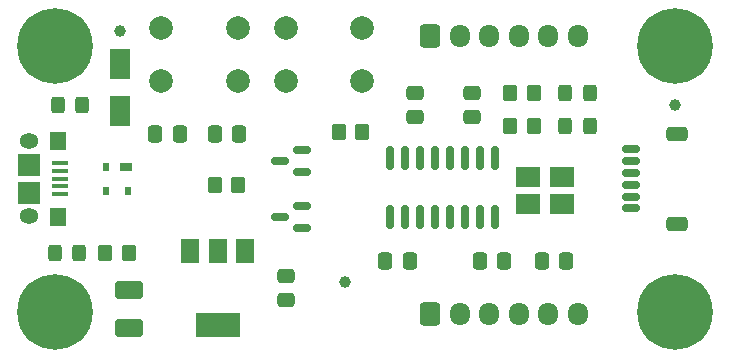
<source format=gts>
%TF.GenerationSoftware,KiCad,Pcbnew,(6.0.0)*%
%TF.CreationDate,2022-05-09T00:40:02+05:30*%
%TF.ProjectId,usb-micro-programmer,7573622d-6d69-4637-926f-2d70726f6772,rev?*%
%TF.SameCoordinates,Original*%
%TF.FileFunction,Soldermask,Top*%
%TF.FilePolarity,Negative*%
%FSLAX46Y46*%
G04 Gerber Fmt 4.6, Leading zero omitted, Abs format (unit mm)*
G04 Created by KiCad (PCBNEW (6.0.0)) date 2022-05-09 00:40:02*
%MOMM*%
%LPD*%
G01*
G04 APERTURE LIST*
G04 Aperture macros list*
%AMRoundRect*
0 Rectangle with rounded corners*
0 $1 Rounding radius*
0 $2 $3 $4 $5 $6 $7 $8 $9 X,Y pos of 4 corners*
0 Add a 4 corners polygon primitive as box body*
4,1,4,$2,$3,$4,$5,$6,$7,$8,$9,$2,$3,0*
0 Add four circle primitives for the rounded corners*
1,1,$1+$1,$2,$3*
1,1,$1+$1,$4,$5*
1,1,$1+$1,$6,$7*
1,1,$1+$1,$8,$9*
0 Add four rect primitives between the rounded corners*
20,1,$1+$1,$2,$3,$4,$5,0*
20,1,$1+$1,$4,$5,$6,$7,0*
20,1,$1+$1,$6,$7,$8,$9,0*
20,1,$1+$1,$8,$9,$2,$3,0*%
G04 Aperture macros list end*
%ADD10R,1.700000X2.500000*%
%ADD11RoundRect,0.250000X0.325000X0.450000X-0.325000X0.450000X-0.325000X-0.450000X0.325000X-0.450000X0*%
%ADD12RoundRect,0.250000X0.337500X0.475000X-0.337500X0.475000X-0.337500X-0.475000X0.337500X-0.475000X0*%
%ADD13R,1.000000X0.700000*%
%ADD14R,0.600000X0.700000*%
%ADD15RoundRect,0.150000X0.150000X-0.825000X0.150000X0.825000X-0.150000X0.825000X-0.150000X-0.825000X0*%
%ADD16C,2.000000*%
%ADD17RoundRect,0.150000X0.587500X0.150000X-0.587500X0.150000X-0.587500X-0.150000X0.587500X-0.150000X0*%
%ADD18C,1.000000*%
%ADD19RoundRect,0.250000X-0.337500X-0.475000X0.337500X-0.475000X0.337500X0.475000X-0.337500X0.475000X0*%
%ADD20RoundRect,0.150000X0.625000X-0.150000X0.625000X0.150000X-0.625000X0.150000X-0.625000X-0.150000X0*%
%ADD21RoundRect,0.250000X0.650000X-0.350000X0.650000X0.350000X-0.650000X0.350000X-0.650000X-0.350000X0*%
%ADD22RoundRect,0.250000X-0.600000X-0.725000X0.600000X-0.725000X0.600000X0.725000X-0.600000X0.725000X0*%
%ADD23O,1.700000X1.950000*%
%ADD24C,6.400000*%
%ADD25RoundRect,0.250000X0.350000X0.450000X-0.350000X0.450000X-0.350000X-0.450000X0.350000X-0.450000X0*%
%ADD26RoundRect,0.250000X0.475000X-0.337500X0.475000X0.337500X-0.475000X0.337500X-0.475000X-0.337500X0*%
%ADD27RoundRect,0.250000X-0.475000X0.337500X-0.475000X-0.337500X0.475000X-0.337500X0.475000X0.337500X0*%
%ADD28R,2.100000X1.800000*%
%ADD29R,1.900000X1.900000*%
%ADD30O,1.600000X1.300000*%
%ADD31R,1.400000X1.600000*%
%ADD32R,1.350000X0.400000*%
%ADD33R,1.500000X2.000000*%
%ADD34R,3.800000X2.000000*%
%ADD35RoundRect,0.250000X-0.325000X-0.450000X0.325000X-0.450000X0.325000X0.450000X-0.325000X0.450000X0*%
%ADD36RoundRect,0.250001X-0.924999X0.499999X-0.924999X-0.499999X0.924999X-0.499999X0.924999X0.499999X0*%
%ADD37RoundRect,0.250000X-0.350000X-0.450000X0.350000X-0.450000X0.350000X0.450000X-0.350000X0.450000X0*%
G04 APERTURE END LIST*
D10*
%TO.C,D2*%
X90250000Y-95250000D03*
X90250000Y-99250000D03*
%TD*%
D11*
%TO.C,L2*%
X130000000Y-97750000D03*
X127950000Y-97750000D03*
%TD*%
%TO.C,F1*%
X87025000Y-98750000D03*
X84975000Y-98750000D03*
%TD*%
%TO.C,L1*%
X130000000Y-100500000D03*
X127950000Y-100500000D03*
%TD*%
D12*
%TO.C,C3*%
X128000000Y-112000000D03*
X125925000Y-112000000D03*
%TD*%
D13*
%TO.C,D1*%
X90750000Y-104000000D03*
D14*
X89050000Y-104000000D03*
X89050000Y-106000000D03*
X90950000Y-106000000D03*
%TD*%
D15*
%TO.C,U1*%
X113055000Y-108225000D03*
X114325000Y-108225000D03*
X115595000Y-108225000D03*
X116865000Y-108225000D03*
X118135000Y-108225000D03*
X119405000Y-108225000D03*
X120675000Y-108225000D03*
X121945000Y-108225000D03*
X121945000Y-103275000D03*
X120675000Y-103275000D03*
X119405000Y-103275000D03*
X118135000Y-103275000D03*
X116865000Y-103275000D03*
X115595000Y-103275000D03*
X114325000Y-103275000D03*
X113055000Y-103275000D03*
%TD*%
D16*
%TO.C,SW_IO0*%
X104250000Y-92250000D03*
X110750000Y-92250000D03*
X104250000Y-96750000D03*
X110750000Y-96750000D03*
%TD*%
D17*
%TO.C,Q1*%
X105687500Y-109200000D03*
X105687500Y-107300000D03*
X103812500Y-108250000D03*
%TD*%
D18*
%TO.C,FID2*%
X109250000Y-113750000D03*
%TD*%
D19*
%TO.C,C8*%
X98250000Y-101250000D03*
X100325000Y-101250000D03*
%TD*%
D20*
%TO.C,J2*%
X133500000Y-107500000D03*
X133500000Y-106500000D03*
X133500000Y-105500000D03*
X133500000Y-104500000D03*
X133500000Y-103500000D03*
X133500000Y-102500000D03*
D21*
X137375000Y-101200000D03*
X137375000Y-108800000D03*
%TD*%
D22*
%TO.C,J4*%
X116500000Y-92950000D03*
D23*
X119000000Y-92950000D03*
X121500000Y-92950000D03*
X124000000Y-92950000D03*
X126500000Y-92950000D03*
X129000000Y-92950000D03*
%TD*%
D18*
%TO.C,FID1*%
X90250000Y-92500000D03*
%TD*%
%TO.C,FID3*%
X137250000Y-98750000D03*
%TD*%
D24*
%TO.C,H3*%
X137250000Y-116250000D03*
%TD*%
%TO.C,H2*%
X84750000Y-116250000D03*
%TD*%
D25*
%TO.C,R1*%
X125250000Y-100500000D03*
X123250000Y-100500000D03*
%TD*%
D12*
%TO.C,C5*%
X114787500Y-112000000D03*
X112712500Y-112000000D03*
%TD*%
D19*
%TO.C,C1*%
X120675000Y-112000000D03*
X122750000Y-112000000D03*
%TD*%
D26*
%TO.C,C4*%
X120000000Y-99787500D03*
X120000000Y-97712500D03*
%TD*%
D27*
%TO.C,C9*%
X115250000Y-97712500D03*
X115250000Y-99787500D03*
%TD*%
D24*
%TO.C,H4*%
X137250000Y-93750000D03*
%TD*%
D22*
%TO.C,J3*%
X116500000Y-116450000D03*
D23*
X119000000Y-116450000D03*
X121500000Y-116450000D03*
X124000000Y-116450000D03*
X126500000Y-116450000D03*
X129000000Y-116450000D03*
%TD*%
D24*
%TO.C,H1*%
X84750000Y-93750000D03*
%TD*%
D25*
%TO.C,R2*%
X125250000Y-97750000D03*
X123250000Y-97750000D03*
%TD*%
D16*
%TO.C,SW_EN*%
X100250000Y-92250000D03*
X93750000Y-92250000D03*
X93750000Y-96750000D03*
X100250000Y-96750000D03*
%TD*%
D26*
%TO.C,C7*%
X104250000Y-115287500D03*
X104250000Y-113212500D03*
%TD*%
D28*
%TO.C,Y1*%
X124800000Y-107150000D03*
X127700000Y-107150000D03*
X127700000Y-104850000D03*
X124800000Y-104850000D03*
%TD*%
D29*
%TO.C,J1*%
X82499987Y-103799993D03*
D30*
X82499987Y-108174993D03*
X82499987Y-101824993D03*
D31*
X84949987Y-101799993D03*
D29*
X82499987Y-106199993D03*
D31*
X84949987Y-108199993D03*
D32*
X85174987Y-106299993D03*
X85174987Y-105649993D03*
X85174987Y-104999993D03*
X85174987Y-104349993D03*
X85174987Y-103699993D03*
%TD*%
D33*
%TO.C,U2*%
X100800000Y-111100000D03*
X98500000Y-111100000D03*
D34*
X98500000Y-117400000D03*
D33*
X96200000Y-111100000D03*
%TD*%
D35*
%TO.C,L3*%
X84700000Y-111250000D03*
X86750000Y-111250000D03*
%TD*%
D25*
%TO.C,R5*%
X110750000Y-101000000D03*
X108750000Y-101000000D03*
%TD*%
D17*
%TO.C,Q2*%
X105687500Y-104450000D03*
X105687500Y-102550000D03*
X103812500Y-103500000D03*
%TD*%
D36*
%TO.C,C6*%
X91000000Y-114375000D03*
X91000000Y-117625000D03*
%TD*%
D25*
%TO.C,R4*%
X100250000Y-105500000D03*
X98250000Y-105500000D03*
%TD*%
D37*
%TO.C,R3*%
X89000000Y-111250000D03*
X91000000Y-111250000D03*
%TD*%
D19*
%TO.C,C2*%
X93212500Y-101250000D03*
X95287500Y-101250000D03*
%TD*%
M02*

</source>
